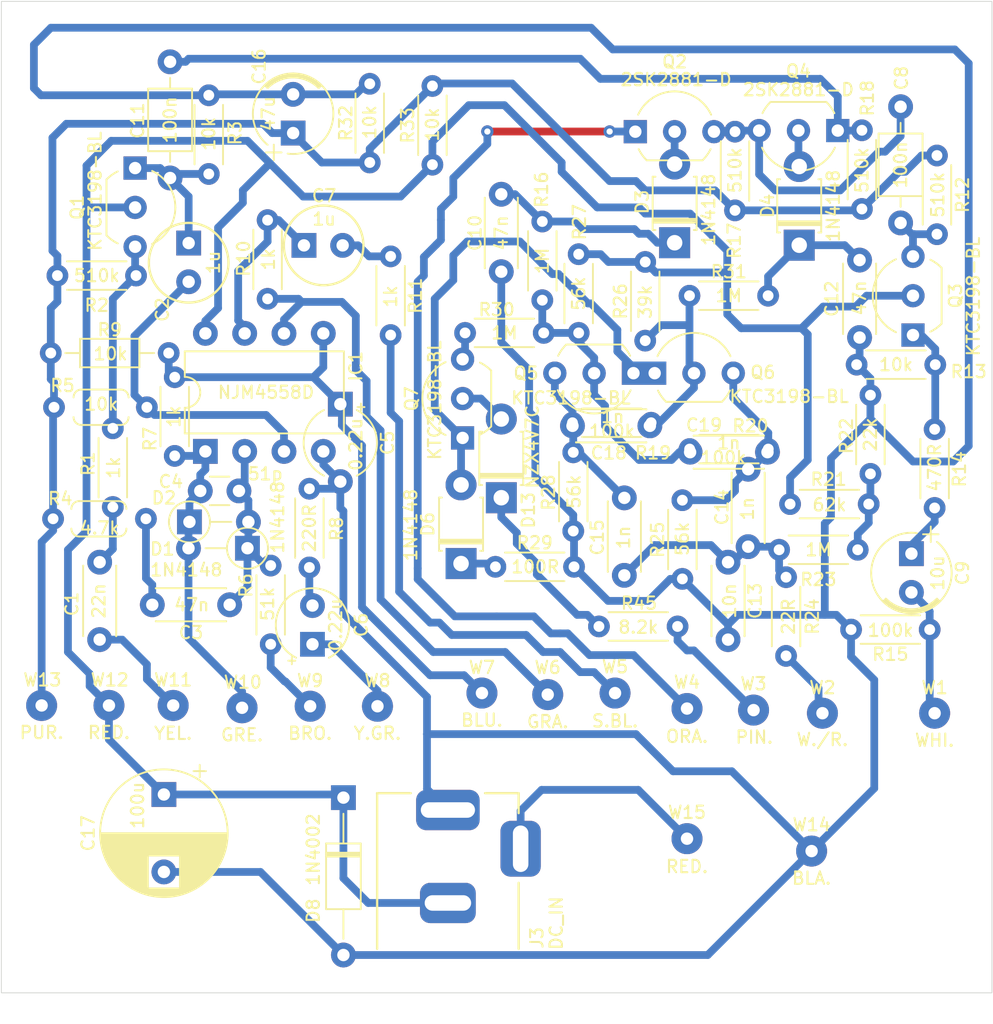
<source format=kicad_pcb>
(kicad_pcb (version 20240108) (generator "pcbnew") (generator_version "8.0")
  (layers (0 "F.Cu" signal) (31 "B.Cu" signal) (34 "B.Paste" user) (35 "F.Paste" user) (36 "B.SilkS" user "B.Silkscreen") (37 "F.SilkS" user "F.Silkscreen") (38 "B.Mask" user) (39 "F.Mask" user) (44 "Edge.Cuts" user))
  (net 0 "")
  (net 1 "Net-(D1-K)")
  (net 2 "Net-(D1-A)")
  (net 3 "+9V")
  (net 4 "Net-(IC1A-+)")
  (net 5 "GND")
  (net 6 "Net-(IC1B-+)")
  (net 7 "Net-(IC1B--)")
  (net 8 "Net-(C7-Pad1)")
  (net 9 "Net-(Q1-E)")
  (net 10 "Net-(Q1-B)")
  (net 11 "Net-(Q2-S)")
  (net 12 "Net-(Q2-D)")
  (net 13 "Net-(D3-A)")
  (net 14 "Net-(Q3-E)")
  (net 15 "Net-(Q3-B)")
  (net 16 "Net-(D4-A)")
  (net 17 "Net-(D6-A)")
  (net 18 "Net-(Q5-C)")
  (net 19 "Net-(Q5-B)")
  (net 20 "Net-(Q6-C)")
  (net 21 "Net-(Q6-B)")
  (net 22 "Net-(D13-A)")
  (net 23 "Net-(Q7-B)")
  (net 24 "Net-(C1-Pad1)")
  (net 25 "Net-(C1-Pad2)")
  (net 26 "Net-(D3-K)")
  (net 27 "Net-(D4-K)")
  (net 28 "Net-(D6-K)")
  (net 29 "+4.5V")
  (net 30 "Net-(C3-Pad1)")
  (net 31 "Net-(R6-Pad1)")
  (net 32 "Net-(C6-Pad1)")
  (net 33 "Net-(C7-Pad2)")
  (net 34 "Net-(R11-Pad2)")
  (net 35 "Net-(C9-Pad1)")
  (net 36 "Net-(C9-Pad2)")
  (net 37 "Net-(R21-Pad2)")
  (net 38 "Net-(C13-Pad1)")
  (net 39 "Net-(R24-Pad1)")
  (net 40 "Net-(D13-K)")
  (net 41 "Net-(R45-Pad2)")
  (net 42 "Net-(C6-Pad2)")
  (net 43 "Net-(J3-Pad3)")
  (net 44 "Net-(Q4-S)")
  (footprint "Package_DIP:DIP-8_W7.62mm" (layer "F.Cu") (at -18.82 -2.95 90)
    (property "Reference" "IC1")
    (property "Value" "NJM4558D")
  )
  (footprint "Resistor_THT:R_Axial_DIN0204_L3.6mm_D1.6mm_P5.08mm_Horizontal" (layer "F.Cu") (at 17.55 -3.1 180)
    (property "Reference" "R20")
    (property "Value" "100k")
  )
  (footprint "myFoot:my_WirePad_0-8mmDrill" (layer "F.Cu") (at -7.7 13.5)
    (property "Reference" "W8")
    (property "Value" "Y.GR.")
  )
  (footprint "myFoot:my_WirePad_0-8mmDrill" (layer "F.Cu") (at 3.3 12.75)
    (property "Reference" "W6")
    (property "Value" "GRA.")
  )
  (footprint "Diode_THT:D_T-1_P5.08mm_Horizontal" (layer "F.Cu") (at 0.3 0.04 90)
    (property "Reference" "D13")
    (property "Value" "NZX4V7C")
  )
  (footprint "myFoot:my_C_D5.0mm_P2.50mm" (layer "F.Cu") (at -13.15 -23.5 90)
    (property "Reference" "C16")
    (property "Value" "47u")
  )
  (footprint "myFoot:my_WirePad_0-8mmDrill" (layer "F.Cu") (at 28.3 13.95)
    (property "Reference" "W1")
    (property "Value" "WHI.")
  )
  (footprint "Package_TO_SOT_THT:TO-92_Inline_Wide" (layer "F.Cu") (at 8.96 -23.59)
    (property "Reference" "Q2")
    (property "Value" "2SK2881-D")
  )
  (footprint "Capacitor_THT:C_Disc_D4.3mm_W1.9mm_P5.00mm" (layer "F.Cu") (at 17.5 -2.9 180)
    (property "Reference" "C19")
    (property "Value" "1n")
  )
  (footprint "Capacitor_THT:C_Disc_D4.3mm_W1.9mm_P5.00mm" (layer "F.Cu") (at 0.3 -19.55 -90)
    (property "Reference" "C10")
    (property "Value" "47n")
  )
  (footprint "Package_TO_SOT_THT:TO-92_Inline_Wide" (layer "F.Cu") (at 10.21 -8)
    (property "Reference" "Q6")
    (property "Value" "KTC3198-BL")
  )
  (footprint "Diode_THT:D_DO-35_SOD27_P3.81mm_Vertical_AnodeUp" (layer "F.Cu") (at -16.1 3.3 180)
    (property "Reference" "D1")
    (property "Value" "1N4148")
  )
  (footprint "Package_TO_SOT_THT:TO-92_Inline_Wide" (layer "F.Cu") (at 8.84 -8 180)
    (property "Reference" "Q5")
    (property "Value" "KTC3198-BL")
  )
  (footprint "Resistor_THT:R_Axial_DIN0204_L3.6mm_D1.6mm_P5.08mm_Horizontal" (layer "F.Cu") (at 23.6 -23.68 -90)
    (property "Reference" "R18")
    (property "Value" "510k")
  )
  (footprint "myFoot:my_WirePad_0-8mmDrill" (layer "F.Cu") (at 12.3 22.05)
    (property "Reference" "W15")
    (property "Value" "RED.")
  )
  (footprint "Resistor_THT:R_Axial_DIN0204_L3.6mm_D1.6mm_P5.08mm_Horizontal" (layer "F.Cu") (at -20.8 -2.66 90)
    (property "Reference" "R7")
    (property "Value" "1k")
  )
  (footprint "myFoot:my_WirePad_0-8mmDrill" (layer "F.Cu") (at 16.6 13.75)
    (property "Reference" "W3")
    (property "Value" "PIN.")
  )
  (footprint "Capacitor_THT:C_Disc_D4.3mm_W1.9mm_P5.00mm" (layer "F.Cu") (at 4.9 -4.6)
    (property "Reference" "C18")
    (property "Value" "1n")
  )
  (footprint "Resistor_THT:R_Axial_DIN0204_L3.6mm_D1.6mm_P5.08mm_Horizontal" (layer "F.Cu") (at -14.6 9.5 90)
    (property "Reference" "R6")
    (property "Value" "51k")
  )
  (footprint "Diode_THT:D_DO-35_SOD27_P10.16mm_Horizontal" (layer "F.Cu") (at -9.9 19.4 -90)
    (property "Reference" "D8")
    (property "Value" "1N4002")
  )
  (footprint "Resistor_THT:R_Axial_DIN0204_L3.6mm_D1.6mm_P5.08mm_Horizontal" (layer "F.Cu") (at -12.1 -0.54 -90)
    (property "Reference" "R8")
    (property "Value" "220R")
  )
  (footprint "Capacitor_THT:CP_Radial_D8.0mm_P5.00mm" (layer "F.Cu") (at -21.5 19.197349 -90)
    (property "Reference" "C17")
    (property "Value" "100u")
  )
  (footprint "Package_TO_SOT_THT:TO-92_Inline_Wide" (layer "F.Cu") (at -2.2 -3.82 90)
    (property "Reference" "Q7")
    (property "Value" "KTC3198-BL")
  )
  (footprint "Resistor_THT:R_Axial_DIN0204_L3.6mm_D1.6mm_P5.08mm_Horizontal" (layer "F.Cu") (at 6.61 8.35)
    (property "Reference" "R45")
    (property "Value" "8.2k")
  )
  (footprint "Resistor_THT:R_Axial_DIN0204_L3.6mm_D1.6mm_P5.08mm_Horizontal" (layer "F.Cu") (at 9.98 -4.8 180)
    (property "Reference" "R19")
    (property "Value" "100k")
  )
  (footprint "Capacitor_THT:CP_Radial_Tantal_D4.5mm_P2.50mm" (layer "F.Cu") (at -11.9 9.5 90)
    (property "Reference" "C6")
    (property "Value" "0.22u")
  )
  (footprint "myFoot:my_C_D5.0mm_P2.50mm" (layer "F.Cu") (at 26.8 3.65 -90)
    (property "Reference" "C9")
    (property "Value" "10u")
  )
  (footprint "Resistor_THT:R_Axial_DIN0204_L3.6mm_D1.6mm_P5.08mm_Horizontal" (layer "F.Cu") (at 28.3 -4.38 -90)
    (property "Reference" "R14")
    (property "Value" "470R")
  )
  (footprint "Resistor_THT:R_Axial_DIN0204_L3.6mm_D1.6mm_P5.08mm_Horizontal" (layer "F.Cu") (at 27.98 8.55 180)
    (property "Reference" "R15")
    (property "Value" "100k")
  )
  (footprint "Package_TO_SOT_THT:TO-92_Inline_Wide" (layer "F.Cu") (at 26.9 -10.46 90)
    (property "Reference" "Q3")
    (property "Value" "KTC3198-BL")
  )
  (footprint "Capacitor_THT:C_Disc_D4.3mm_W1.9mm_P5.00mm" (layer "F.Cu") (at 8.25 0.05 -90)
    (property "Reference" "C15")
    (property "Value" "1n")
  )
  (footprint "myFoot:my_C_NP_P2.50mm" (layer "F.Cu") (at -12.45 -16.25)
    (property "Reference" "C7")
    (property "Value" "1u")
  )
  (footprint "myFoot:my_WirePad_0-8mmDrill" (layer "F.Cu") (at -16.45 13.6)
    (property "Reference" "W10")
    (property "Value" "GRE.")
  )
  (footprint "Resistor_THT:R_Axial_DIN0204_L3.6mm_D1.6mm_P5.08mm_Horizontal" (layer "F.Cu") (at 9.6 -15.18 -90)
    (property "Reference" "R26")
    (property "Value" "39k")
  )
  (footprint "Resistor_THT:R_Axial_DIN0204_L3.6mm_D1.6mm_P5.08mm_Horizontal" (layer "F.Cu") (at 12 0.2 -90)
    (property "Reference" "R25")
    (property "Value" "56k")
  )
  (footprint "Diode_THT:D_T-1_P5.08mm_Horizontal" (layer "F.Cu") (at 19.55 -16.26 90)
    (property "Reference" "D4")
    (property "Value" "1N4148")
  )
  (footprint "myFoot:my_R_P6mm_Horizontal" (layer "F.Cu") (at -28.6 -5.8)
    (property "Reference" "R5")
    (property "Value" "10k")
  )
  (footprint "Resistor_THT:R_Axial_DIN0204_L3.6mm_D1.6mm_P5.08mm_Horizontal" (layer "F.Cu") (at -24.8 0.64 90)
    (property "Reference" "R1")
    (property "Value" "1k")
  )
  (footprint "myFoot:my_C_NP_P2.50mm" (layer "F.Cu") (at -19.9 -16.4 -90)
    (property "Reference" "C2")
    (property "Value" "1u")
  )
  (footprint "Diode_THT:D_T-1_P5.08mm_Horizontal" (layer "F.Cu") (at -2.3 4.29 90)
    (property "Reference" "D6")
    (property "Value" "1N4148")
  )
  (footprint "Resistor_THT:R_Axial_DIN0204_L3.6mm_D1.6mm_P5.08mm_Horizontal" (layer "F.Cu") (at 23.33 3.4 180)
    (property "Reference" "R23")
    (property "Value" "1M")
  )
  (footprint "Resistor_THT:R_Axial_DIN0204_L3.6mm_D1.6mm_P5.08mm_Horizontal" (layer "F.Cu") (at 28.45 -16.97 90)
    (property "Reference" "R12")
    (property "Value" "510k")
  )
  (footprint "myFoot:my_DC_Jack" (layer "F.Cu") (at -3.15 33.7 90)
    (property "Reference" "J3")
    (property "Value" "DC_IN")
  )
  (footprint "Resistor_THT:R_Axial_DIN0204_L3.6mm_D1.6mm_P5.08mm_Horizontal" (layer "F.Cu") (at -23.3 -14.3 180)
    (property "Reference" "R2")
    (property "Value" "510k")
  )
  (footprint "Diode_THT:D_T-1_P5.08mm_Horizontal" (layer "F.Cu") (at 11.5 -16.42 90)
    (property "Reference" "D3")
    (property "Value" "1N4148")
  )
  (footprint "myFoot:my_WirePad_0-8mmDrill" (layer "F.Cu") (at 12.3 13.65)
    (property "Reference" "W4")
    (property "Value" "ORA.")
  )
  (footprint "Resistor_THT:R_Axial_DIN0204_L3.6mm_D1.6mm_P5.08mm_Horizontal" (layer "F.Cu") (at 5.3 -10.6 90)
    (property "Reference" "R27")
    (property "Value" "56k")
  )
  (footprint "myFoot:my_R_P6mm_Horizontal" (layer "F.Cu") (at -22.66 1.4 180)
    (property "Reference" "R4")
    (property "Value" "4.7k")
  )
  (footprint "Resistor_THT:R_Axial_DIN0204_L3.6mm_D1.6mm_P5.08mm_Horizontal" (layer "F.Cu") (at 28.34 -8.55 180)
    (property "Reference" "R13")
    (property "Value" "10k")
  )
  (footprint "Capacitor_THT:C_Disc_D4.3mm_W1.9mm_P5.00mm" (layer "F.Cu") (at 14.95 4.2 -90)
    (property "Reference" "C13")
    (property "Value" "10n")
  )
  (footprint "Capacitor_THT:C_Axial_L3.8mm_D2.6mm_P7.50mm_Horizontal" (layer "F.Cu") (at -21.1 -20.6 90)
    (property "Reference" "C11")
    (property "Value" "100n")
  )
  (footprint "Resistor_THT:R_Axial_DIN0204_L3.6mm_D1.6mm_P5.08mm_Horizontal" (layer "F.Cu") (at -0.08 4.5)
    (property "Reference" "R29")
    (property "Value" "100R")
  )
  (footprint "Resistor_THT:R_Axial_DIN0204_L3.6mm_D1.6mm_P5.08mm_Horizontal" (layer "F.Cu") (at 3.04 -10.6 180)
    (property "Reference" "R30")
    (property "Value" "1M")
  )
  (footprint "myFoot:my_WirePad_0-8mmDrill" (layer "F.Cu") (at -20.9 13.45)
    (property "Reference" "W11")
    (property "Value" "YEL.")
  )
  (footprint "Capacitor_THT:C_Disc_D4.3mm_W1.9mm_P5.00mm" (layer "F.Cu") (at 16.25 -1.8 -90)
    (property "Reference" "C14")
    (property "Value" "1n")
  )
  (footprint "Resistor_THT:R_Axial_DIN0204_L3.6mm_D1.6mm_P5.08mm_Horizontal" (layer "F.Cu") (at 15.4 -23.59 -90)
    (property "Reference" "R17")
    (property "Value" "510k")
  )
  (footprint "Resistor_THT:R_Axial_DIN0204_L3.6mm_D1.6mm_P5.08mm_Horizontal" (layer "F.Cu") (at 4.95 -2.89 -90)
    (property "Reference" "R28")
    (property "Value" "56k")
  )
  (footprint "Resistor_THT:R_Axial_DIN0204_L3.6mm_D1.6mm_P5.08mm_Horizontal" (layer "F.Cu") (at 18.7 10.25 90)
    (property "Reference" "R24")
    (property "Value" "22R")
  )
  (footprint "Resistor_THT:R_Axial_DIN0204_L3.6mm_D1.6mm_P5.08mm_Horizontal" (layer "F.Cu") (at 18.96 0.45)
    (property "Reference" "R21")
    (property "Value" "62k")
  )
  (footprint "Diode_THT:D_DO-35_SOD27_P3.81mm_Vertical_AnodeUp" (layer "F.Cu") (at -19.849314 1.6)
    (property "Reference" "D2")
    (property "Value" "1N4148")
  )
  (footprint "Resistor_THT:R_Axial_DIN0204_L3.6mm_D1.6mm_P5.08mm_Horizontal" (layer "F.Cu") (at 2.95 -12.71 90)
    (property "Reference" "R16")
    (property "Value" "1M")
  )
  (footprint "Capacitor_THT:C_Axial_L3.8mm_D2.6mm_P7.50mm_Horizontal" (layer "F.Cu") (at 26.1 -25.2 -90)
    (property "Reference" "C8")
    (property "Value" "100n")
  )
  (footprint "myFoot:my_WirePad_0-8mmDrill" (layer "F.Cu") (at 21.05 13.95)
    (property "Reference" "W2")
    (property "Value" "W./R.")
  )
  (footprint "myFoot:my_WirePad_0-8mmDrill" (layer "F.Cu") (at -29.4 13.45)
    (property "Reference" "W13")
    (property "Value" "PUR.")
  )
  (footprint "Package_TO_SOT_THT:TO-92_Inline_Wide" (layer "F.Cu") (at -23.36 -21.24 -90)
    (property "Reference" "Q1")
    (property "Value" "KTC3198-BL")
  )
  (footprint "Resistor_THT:R_Axial_DIN0204_L3.6mm_D1.6mm_P5.08mm_Horizontal" (layer "F.Cu") (at 24.15 -1.5 90)
    (property "Reference" "R22")
    (property "Value" "22k")
  )
  (footprint "Resistor_THT:R_Axial_DIN0204_L3.6mm_D1.6mm_P5.08mm_Horizontal" (layer "F.Cu") (at -18.6 -20.86 90)
    (property "Reference" "R3")
    (property "Value" "10k")
  )
  (footprint "myFoot:my_WirePad_0-8mmDrill" (layer "F.Cu") (at 7.65 12.65)
    (property "Reference" "W5")
    (property "Value" "S.BL.")
  )
  (footprint "Resistor_THT:R_Axial_DIN0204_L3.6mm_D1.6mm_P5.08mm_Horizontal" (layer "F.Cu") (at -6.85 -15.54 -90)
    (property "Reference" "R11")
    (property "Value" "1k")
  )
  (footprint "myFoot:my_WirePad_0-8mmDrill" (layer "F.Cu") (at 20.35 22.85)
    (property "Reference" "W14")
    (property "Value" "BLA.")
  )
  (footprint "Resistor_THT:R_Axial_DIN0204_L3.6mm_D1.6mm_P5.08mm_Horizontal" (layer "F.Cu") (at -4.15 -21.46 90)
    (property "Reference" "R33")
    (property "Value" "10k")
  )
  (footprint "myFoot:my_WirePad_0-8mmDrill" (layer "F.Cu") (at -12.05 13.5)
    (property "Reference" "W9")
    (property "Value" "BRO.")
  )
  (footprint "Capacitor_THT:C_Disc_D3.0mm_W1.6mm_P2.50mm" (layer "F.Cu") (at -16.65 -0.4 180)
    (property "Reference" "C4")
    (property "Value" "51p")
  )
  (footprint "Capacitor_THT:C_Disc_D4.3mm_W1.9mm_P5.00mm" (layer "F.Cu") (at 23.45 -15.3 -90)
    (property "Reference" "C12")
    (property "Value" "47n")
  )
  (footprint "Capacitor_THT:C_Disc_D4.3mm_W1.9mm_P5.00mm" (layer "F.Cu") (at -25.65 4.2 -90)
    (property "Reference" "C1")
    (property "Value" "22n")
  )
  (footprint "Capacitor_THT:C_Disc_D4.3mm_W1.9mm_P5.00mm" (layer "F.Cu") (at -22.25 6.95)
    (property "Reference" "C3")
    (property "Value" "47n")
  )
  (footprint "Package_TO_SOT_THT:TO-92_Inline_Wide" (layer "F.Cu") (at 22.04 -23.66 180)
    (property "Reference" "Q4")
    (property "Value" "2SK2881-D")
  )
  (footprint "Resistor_THT:R_Axial_DIN0204_L3.6mm_D1.6mm_P5.08mm_Horizontal" (layer "F.Cu") (at -8.2 -21.6 90)
    (property "Reference" "R32")
    (property "Value" "10k")
  )
  (footprint "myFoot:my_WirePad_0-8mmDrill" (layer "F.Cu") (at -25.05 13.45)
    (property "Reference" "W12")
    (property "Value" "RED.")
  )
  (footprint "myFoot:my_WirePad_0-8mmDrill" (layer "F.Cu") (at -0.95 12.65)
    (property "Reference" "W7")
    (property "Value" "BLU.")
  )
  (footprint "Resistor_THT:R_Axial_DIN0204_L3.6mm_D1.6mm_P5.08mm_Horizontal" (layer "F.Cu") (at -14.8 -12.8 90)
    (property "Reference" "R10")
    (property "Value" "1k")
  )
  (footprint "Capacitor_THT:CP_Radial_Tantal_D4.5mm_P5.00mm" (layer "F.Cu") (at -10.1 -6 -90)
    (property "Reference" "C5")
    (property "Value" "0.22u")
  )
  (footprint "Resistor_THT:R_Axial_DIN0204_L3.6mm_D1.6mm_P7.62mm_Horizontal" (layer "F.Cu") (at -28.81 -9.3)
    (property "Reference" "R9")
    (property "Value" "10k")
  )
  (footprint "Resistor_THT:R_Axial_DIN0204_L3.6mm_D1.6mm_P5.08mm_Horizontal" (layer "F.Cu") (at 17.54 -13 180)
    (property "Reference" "R31")
    (property "Value" "1M")
  )
  (gr_rect (start -32 -32) (end 32 32) (stroke (width 0.05)) (fill none) (layer "Edge.Cuts"))
  (segment (start -16.28 -0.77) (end -16.65 -0.4) (width 0.5) (layer "B.Cu") (net 1))
  (segment (start -16.28 -2.95) (end -16.28 -0.77) (width 0.5) (layer "B.Cu") (net 1))
  (segment (start -16.039314 0.210686) (end -16.65 -0.4) (width 0.5) (layer "B.Cu") (net 1))
  (segment (start -16.039314 3.239314) (end -16.1 3.3) (width 0.5) (layer "B.Cu") (net 1))
  (segment (start -16.1 3.3) (end -16.1 5.8) (width 0.5) (layer "B.Cu") (net 1))
  (segment (start -16.1 5.8) (end -17.25 6.95) (width 0.5) (layer "B.Cu") (net 1))
  (segment (start -16.039314 1.6) (end -16.039314 3.239314) (width 0.5) (layer "B.Cu") (net 1))
  (segment (start -14.98 4.42) (end -16.1 3.3) (width 0.5) (layer "B.Cu") (net 1))
  (segment (start -16.039314 1.6) (end -16.039314 0.210686) (width 0.5) (layer "B.Cu") (net 1))
  (segment (start -14.6 4.42) (end -14.98 4.42) (width 0.5) (layer "B.Cu") (net 1))
  (segment (start -19.91 9.09) (end -16.45 12.55) (width 0.5) (layer "B.Cu") (net 2))
  (segment (start -19.91 3.3) (end -19.91 9.09) (width 0.5) (layer "B.Cu") (net 2))
  (segment (start -20.8 -2.66) (end -19.11 -2.66) (width 0.5) (layer "B.Cu") (net 2))
  (segment (start -19.91 1.660686) (end -19.849314 1.6) (width 0.5) (layer "B.Cu") (net 2))
  (segment (start -19.15 -1.45) (end -18.82 -1.78) (width 0.5) (layer "B.Cu") (net 2))
  (segment (start -19.91 3.3) (end -19.91 1.660686) (width 0.5) (layer "B.Cu") (net 2))
  (segment (start -19.849314 0.299314) (end -19.15 -0.4) (width 0.5) (layer "B.Cu") (net 2))
  (segment (start -19.15 -0.4) (end -19.15 -1.45) (width 0.5) (layer "B.Cu") (net 2))
  (segment (start -19.849314 1.6) (end -19.849314 0.299314) (width 0.5) (layer "B.Cu") (net 2))
  (segment (start -16.45 12.55) (end -16.45 13.6) (width 0.5) (layer "B.Cu") (net 2))
  (segment (start -19.11 -2.66) (end -18.82 -2.95) (width 0.5) (layer "B.Cu") (net 2))
  (segment (start -18.82 -1.78) (end -18.82 -2.95) (width 0.5) (layer "B.Cu") (net 2))
  (segment (start 4.2 -21.6) (end 4.2 -21) (width 0.5) (layer "B.Cu") (net 3))
  (segment (start 14.9 -14.4) (end 14.9 -11.8) (width 0.5) (layer "B.Cu") (net 3))
  (segment (start -18 -17.4) (end -16.4 -19) (width 0.5) (layer "B.Cu") (net 3))
  (segment (start 10.28 -14.5) (end 14.8 -14.5) (width 0.5) (layer "B.Cu") (net 3))
  (segment (start 12.5 -18.3) (end 14.9 -15.9) (width 0.5) (layer "B.Cu") (net 3))
  (segment (start 4.2 -21) (end 6.5 -18.7) (width 0.5) (layer "B.Cu") (net 3))
  (segment (start 19.7 -10.9) (end 21.1 -12.3) (width 0.5) (layer "B.Cu") (net 3))
  (segment (start -8.3 26.2) (end -9.9 24.6) (width 0.5) (layer "B.Cu") (net 3))
  (segment (start 20.1 -10.5) (end 19.7 -10.9) (width 0.5) (layer "B.Cu") (net 3))
  (segment (start -26.3 12.2) (end -26.3 11.4) (width 0.5) (layer "B.Cu") (net 3))
  (segment (start -26.5 -21.4) (end -24.9 -23) (width 0.5) (layer "B.Cu") (net 3))
  (segment (start -9.9 24.6) (end -9.9 19.4) (width 0.5) (layer "B.Cu") (net 3))
  (segment (start -21.5 19.197349) (end -10.102651 19.197349) (width 0.5) (layer "B.Cu") (net 3))
  (segment (start 0.5 -25.3) (end 4.2 -21.6) (width 0.5) (layer "B.Cu") (net 3))
  (segment (start 6.72 -15.68) (end 7.22 -15.18) (width 0.5) (layer "B.Cu") (net 3))
  (segment (start 14.9 -11.8) (end 15.8 -10.9) (width 0.5) (layer "B.Cu") (net 3))
  (segment (start 9.6 -18.3) (end 12.5 -18.3) (width 0.5) (layer "B.Cu") (net 3))
  (segment (start -10.102651 19.197349) (end -9.9 19.4) (width 0.5) (layer "B.Cu") (net 3))
  (segment (start 9.6 -15.18) (end 10.28 -14.5) (width 0.5) (layer "B.Cu") (net 3))
  (segment (start -4.15 -22.95) (end -1.8 -25.3) (width 0.5) (layer "B.Cu") (net 3))
  (segment (start -26.5 -18.7) (end -26.5 -21.4) (width 0.5) (layer "B.Cu") (net 3))
  (segment (start 23.2 -12.3) (end 23.9 -13) (width 0.5) (layer "B.Cu") (net 3))
  (segment (start 18.96 -1.26) (end 20.1 -2.4) (width 0.5) (layer "B.Cu") (net 3))
  (segment (start 18.96 0.45) (end 18.96 -1.26) (width 0.5) (layer "B.Cu") (net 3))
  (segment (start -25.05 13.45) (end -25.05 15.65) (width 0.5) (layer "B.Cu") (net 3))
  (segment (start -14.65 -21.55) (end -12.5 -19.4) (width 0.5) (layer "B.Cu") (net 3))
  (segment (start 14.8 -14.5) (end 14.9 -14.4) (width 0.5) (layer "B.Cu") (net 3))
  (segment (start -18.82 -10.57) (end -18.82 -11.38) (width 0.5) (layer "B.Cu") (net 3))
  (segment (start 21.1 -12.3) (end 23.2 -12.3) (width 0.5) (layer "B.Cu") (net 3))
  (segment (start -16.4 -19) (end -16.4 -19.8) (width 0.5) (layer "B.Cu") (net 3))
  (segment (start -27.7 3.4) (end -26.5 2.2) (width 0.5) (layer "B.Cu") (net 3))
  (segment (start 20.1 -2.4) (end 20.1 -10.5) (width 0.5) (layer "B.Cu") (net 3))
  (segment (start -18.82 -11.38) (end -18 -12.2) (width 0.5) (layer "B.Cu") (net 3))
  (segment (start 14.9 -15.9) (end 14.9 -14.4) (width 0.5) (layer "B.Cu") (net 3))
  (segment (start -3.15 26.2) (end -8.3 26.2) (width 0.5) (layer "B.Cu") (net 3))
  (segment (start -26.3 11.4) (end -27.7 10) (width 0.5) (layer "B.Cu") (net 3))
  (segment (start 5.3 -15.68) (end 6.72 -15.68) (width 0.5) (layer "B.Cu") (net 3))
  (segment (start -12.5 -19.4) (end -6.21 -19.4) (width 0.5) (layer "B.Cu") (net 3))
  (segment (start -6.21 -19.4) (end -4.15 -21.46) (width 0.5) (layer "B.Cu") (net 3))
  (segment (start -23.36 -18.7) (end -26.5 -18.7) (width 0.5) (layer "B.Cu") (net 3))
  (segment (start -26.5 2.2) (end -26.5 -18.7) (width 0.5) (layer "B.Cu") (net 3))
  (segment (start 15.8 -10.9) (end 19.7 -10.9) (width 0.5) (layer "B.Cu") (net 3))
  (segment (start -21.502651 19.197349) (end -21.5 19.197349) (width 0.5) (layer "B.Cu") (net 3))
  (segment (start -24.9 -23) (end -16.1 -23) (width 0.5) (layer "B.Cu") (net 3))
  (segment (start -27.7 10) (end -27.7 3.4) (width 0.5) (layer "B.Cu") (net 3))
  (segment (start -16.1 -23) (end -14.65 -21.55) (width 0.5) (layer "B.Cu") (net 3))
  (segment (start -25.05 15.65) (end -21.502651 19.197349) (width 0.5) (layer "B.Cu") (net 3))
  (segment (start -18 -12.2) (end -18 -17.4) (width 0.5) (layer "B.Cu") (net 3))
  (segment (start -25.05 13.45) (end -26.3 12.2) (width 0.5) (layer "B.Cu") (net 3))
  (segment (start 23.9 -13) (end 26.9 -13) (width 0.5) (layer "B.Cu") (net 3))
  (segment (start -16.4 -19.8) (end -14.65 -21.55) (width 0.5) (layer "B.Cu") (net 3))
  (segment (start 7.22 -15.18) (end 9.6 -15.18) (width 0.5) (layer "B.Cu") (net 3))
  (segment (start -4.15 -21.46) (end -4.15 -22.95) (width 0.5) (layer "B.Cu") (net 3))
  (segment (start 6.5 -18.7) (end 9.2 -18.7) (width 0.5) (layer "B.Cu") (net 3))
  (segment (start 9.2 -18.7) (end 9.6 -18.3) (width 0.5) (layer "B.Cu") (net 3))
  (segment (start -1.8 -25.3) (end 0.5 -25.3) (width 0.5) (layer "B.Cu") (net 3))
  (segment (start -19.9 -13.9) (end -23.4 -10.4) (width 0.5) (layer "B.Cu") (net 4))
  (segment (start -22.6 -5.8) (end -22.1 -5.3) (width 0.5) (layer "B.Cu") (net 4))
  (segment (start -13.74 -4.14) (end -13.74 -2.95) (width 0.5) (layer "B.Cu") (net 4))
  (segment (start -23.4 -10.4) (end -23.4 -6.6) (width 0.5) (layer "B.Cu") (net 4))
  (segment (start -23.4 -6.6) (end -22.6 -5.8) (width 0.5) (layer "B.Cu") (net 4))
  (segment (start -14.9 -5.3) (end -13.74 -4.14) (width 0.5) (layer "B.Cu") (net 4))
  (segment (start -22.1 -5.3) (end -14.9 -5.3) (width 0.5) (layer "B.Cu") (net 4))
  (segment (start -3.15 20.2) (end -4.5 18.85) (width 0.5) (layer "B.Cu") (net 5))
  (segment (start 20.35 22.85) (end 15.2 17.7) (width 0.5) (layer "B.Cu") (net 5))
  (segment (start -4.5 18.85) (end -4.5 15.3) (width 0.5) (layer "B.Cu") (net 5))
  (segment (start -28.8 -30.3) (end 6.1 -30.3) (width 0.5) (layer "B.Cu") (net 5))
  (segment (start -11.2 -2.1) (end -10.1 -1) (width 0.5) (layer "B.Cu") (net 5))
  (segment (start -9.9 0.9) (end -10.1 0.7) (width 0.5) (layer "B.Cu") (net 5))
  (segment (start 15.2 17.7) (end 11.4 17.7) (width 0.5) (layer "B.Cu") (net 5))
  (segment (start 9 15.3) (end -4.5 15.3) (width 0.5) (layer "B.Cu") (net 5))
  (segment (start 29.5 -2.3) (end 26.9 -2.3) (width 0.5) (layer "B.Cu") (net 5))
  (segment (start 23.45 -10.3) (end 23.45 -8.74) (width 0.5) (layer "B.Cu") (net 5))
  (segment (start -29.44 -25.94) (end -29.9 -26.4) (width 0.5) (layer "B.Cu") (net 5))
  (segment (start -29.9 -26.4) (end -29.9 -29.2) (width 0.5) (layer "B.Cu") (net 5))
  (segment (start -9.9 29.56) (end 13.64 29.56) (width 0.5) (layer "B.Cu") (net 5))
  (segment (start 21.6 1.3) (end 21.2 1.7) (width 0.5) (layer "B.Cu") (net 5))
  (segment (start 21.2 7.6) (end 15.58 7.6) (width 0.5) (layer "B.Cu") (net 5))
  (segment (start -18.6 -25.94) (end -29.44 -25.94) (width 0.5) (layer "B.Cu") (net 5))
  (segment (start -15.262651 24.197349) (end -9.9 29.56) (width 0.5) (layer "B.Cu") (net 5))
  (segment (start 22.9 8.55) (end 21.95 7.6) (width 0.5) (layer "B.Cu") (net 5))
  (segment (start 12 5.28) (end 14.95 8.23) (width 0.5) (layer "B.Cu") (net 5))
  (segment (start -18.54 -26) (end -18.6 -25.94) (width 0.5) (layer "B.Cu") (net 5))
  (segment (start 14.95 8.23) (end 14.95 9.2) (width 0.5) (layer "B.Cu") (net 5))
  (segment (start 22.9 8.55) (end 22.9 10.3) (width 0.5) (layer "B.Cu") (net 5))
  (segment (start -12.1 -0.54) (end -10.56 -0.54) (width 0.5) (layer "B.Cu") (net 5))
  (segment (start 24.4 11.8) (end 24.4 18.8) (width 0.5) (layer "B.Cu") (net 5))
  (segment (start 15.58 7.6) (end 14.95 8.23) (width 0.5) (layer "B.Cu") (net 5))
  (segment (start 4.95 1.15) (end 4.95 2.19) (width 0.5) (layer "B.Cu") (net 5))
  (segment (start -9.9 7.5) (end -9.9 0.9) (width 0.5) (layer "B.Cu") (net 5))
  (segment (start 26.9 -2.3) (end 24.15 -5.05) (width 0.5) (layer "B.Cu") (net 5))
  (segment (start 9.8 6.7) (end 11.22 5.28) (width 0.5) (layer "B.Cu") (net 5))
  (segment (start 21.95 7.6) (end 21.2 7.6) (width 0.5) (layer "B.Cu") (net 5))
  (segment (start 24.15 -6.58) (end 24.15 -5.05) (width 0.5) (layer "B.Cu") (net 5))
  (segment (start 11.22 5.28) (end 12 5.28) (width 0.5) (layer "B.Cu") (net 5))
  (segment (start 7.5 -28.9) (end 29.6 -28.9) (width 0.5) (layer "B.Cu") (net 5))
  (segment (start 13.64 29.56) (end 20.35 22.85) (width 0.5) (layer "B.Cu") (net 5))
  (segment (start 2.1 -8.2) (end 2.1 -5.5) (width 0.5) (layer "B.Cu") (net 5))
  (segment (start -9.1 -26) (end -13.15 -26) (width 0.5) (layer "B.Cu") (net 5))
  (segment (start -4.5 15.3) (end -4.5 12.9) (width 0.5) (layer "B.Cu") (net 5))
  (segment (start 24.15 -7.66) (end 23.26 -8.55) (width 0.5) (layer "B.Cu") (net 5))
  (segment (start 2.5 -1.3) (end 4.95 1.15) (width 0.5) (layer "B.Cu") (net 5))
  (segment (start 0.3 -10) (end 2.1 -8.2) (width 0.5) (layer "B.Cu") (net 5))
  (segment (start 24.15 -5.05) (end 21.6 -2.5) (width 0.5) (layer "B.Cu") (net 5))
  (segment (start 7.2 6.7) (end 9.8 6.7) (width 0.5) (layer "B.Cu") (net 5))
  (segment (start 24.4 18.8) (end 20.35 22.85) (width 0.5) (layer "B.Cu") (net 5))
  (segment (start -10.1 0.7) (end -10.1 -1) (width 0.5) (layer "B.Cu") (net 5))
  (segment (start 21.2 1.7) (end 21.2 7.6) (width 0.5) (layer "B.Cu") (net 5))
  (segment (start 24.15 -6.58) (end 24.15 -7.66) (width 0.5) (layer "B.Cu") (net 5))
  (segment (start 22.9 10.3) (end 24.4 11.8) (width 0.5) (layer "B.Cu") (net 5))
  (segment (start 30.5 -3.3) (end 29.5 -2.3) (width 0.5) (layer "B.Cu") (net 5))
  (segment (start -8.42 -26.68) (end -9.1 -26) (width 0.5) (layer "B.Cu") (net 5))
  (segment (start 21.6 -2.5) (end 21.6 1.3) (width 0.5) (layer "B.Cu") (net 5))
  (segment (start 29.6 -28.9) (end 30.5 -28) (width 0.5) (layer "B.Cu") (net 5))
  (segment (start -11.2 -2.95) (end -11.2 -2.1) (width 0.5) (layer "B.Cu") (net 5))
  (segment (start 2.1 -5.5) (end 2.5 -5.1) (width 0.5) (layer "B.Cu") (net 5))
  (segment (start 5 4.5) (end 7.2 6.7) (width 0.5) (layer "B.Cu") (net 5))
  (segment (start -8.2 -26.68) (end -8.42 -26.68) (width 0.5) (layer "B.Cu") (net 5))
  (segment (start 6.1 -30.3) (end 7.5 -28.9) (width 0.5) (layer "B.Cu") (net 5))
  (segment (start -29.9 -29.2) (end -28.8 -30.3) (width 0.5) (layer "B.Cu") (net 5))
  (segment (start -13.15 -26) (end -18.54 -26) (width 0.5) (layer "B.Cu") (net 5))
  (segment (start 23.45 -8.74) (end 23.26 -8.55) (width 0.5) (layer "B.Cu") (net 5))
  (segment (start 30.5 -28) (end 30.5 -3.3) (width 0.5) (layer "B.Cu") (net 5))
  (segment (start -21.5 24.197349) (end -15.262651 24.197349) (width 0.5) (layer "B.Cu") (net 5))
  (segment (start 0.3 -14.55) (end 0.3 -10) (width 0.5) (layer "B.Cu") (net 5))
  (segment (start 5 4.5) (end 5 2.24) (width 0.5) (layer "B.Cu") (net 5))
  (segment (start -10.56 -0.54) (end -10.1 -1) (width 0.5) (layer "B.Cu") (net 5))
  (segment (start 11.4 17.7) (end 9 15.3) (width 0.5) (layer "B.Cu") (net 5))
  (segment (start 2.5 -5.1) (end 2.5 -1.3) (width 0.5) (layer "B.Cu") (net 5))
  (segment (start -4.5 12.9) (end -9.9 7.5) (width 0.5) (layer "B.Cu") (net 5))
  (segment (start 5 2.24) (end 4.95 2.19) (width 0.5) (layer "B.Cu") (net 5))
  (segment (start -8.7 7.1) (end -4.3 11.5) (width 0.5) (layer "B.Cu") (net 6))
  (segment (start -8.7 -3.328856) (end -8.7 7.1) (width 0.5) (layer "B.Cu") (net 6))
  (segment (start -2.1 11.5) (end -0.95 12.65) (width 0.5) (layer "B.Cu") (net 6))
  (segment (start -10 -4.628856) (end -8.7 -3.328856) (width 0.5) (layer "B.Cu") (net 6))
  (segment (start -10 -4.628856) (end -10 -5.9) (width 0.5) (layer "B.Cu") (net 6))
  (segment (start -11.2 -10.57) (end -11.2 -8.38) (width 0.5) (layer "B.Cu") (net 6))
  (segment (start -21.19 -8.13) (end -20.8 -7.74) (width 0.5) (layer "B.Cu") (net 6))
  (segment (start -11.2 -8.38) (end -11.84 -7.74) (width 0.5) (layer "B.Cu") (net 6))
  (segment (start -20.8 -7.74) (end -11.84 -7.74) (width 0.5) (layer "B.Cu") (net 6))
  (segment (start -4.3 11.5) (end -2.1 11.5) (width 0.5) (layer "B.Cu") (net 6))
  (segment (start -11.84 -7.74) (end -10.1 -6) (width 0.5) (layer "B.Cu") (net 6))
  (segment (start -10 -5.9) (end -10.1 -6) (width 0.5) (layer "B.Cu") (net 6))
  (segment (start -21.19 -9.3) (end -21.19 -8.13) (width 0.5) (layer "B.Cu") (net 6))
  (segment (start -9.1 -11.7) (end -10 -12.6) (width 0.5) (layer "B.Cu") (net 7))
  (segment (start -8.4 -5.2) (end -8.4 -7.5) (width 0.5) (layer "B.Cu") (net 7))
  (segment (start 3.3 12.75) (end 0.55 10) (width 0.5) (layer "B.Cu") (net 7))
  (segment (start -7.5 6.6) (end -7.5 -4.3) (width 0.5) (layer "B.Cu") (net 7))
  (segment (start -10 -12.6) (end -12.6 -12.6) (width 0.5) (layer "B.Cu") (net 7))
  (segment (start -7.5 -4.3) (end -8.4 -5.2) (width 0.5) (layer "B.Cu") (net 7))
  (segment (start -12.8 -12.8) (end -12.6 -12.6) (width 0.5) (layer "B.Cu") (net 7))
  (segment (start -9.1 -8.2) (end -9.1 -11.7) (width 0.5) (layer "B.Cu") (net 7))
  (segment (start -14.8 -12.8) (end -12.8 -12.8) (width 0.5) (layer "B.Cu") (net 7))
  (segment (start -12.6 -12.6) (end -13.74 -11.46) (width 0.5) (layer "B.Cu") (net 7))
  (segment (start -4.1 10) (end -7.5 6.6) (width 0.5) (layer "B.Cu") (net 7))
  (segment (start -13.74 -11.46) (end -13.74 -10.57) (width 0.5) (layer "B.Cu") (net 7))
  (segment (start 0.55 10) (end -4.1 10) (width 0.5) (layer "B.Cu") (net 7))
  (segment (start -8.4 -7.5) (end -9.1 -8.2) (width 0.5) (layer "B.Cu") (net 7))
  (segment (start -14.8 -17.88) (end -14.08 -17.88) (width 0.5) (layer "B.Cu") (net 8))
  (segment (start -16.7 -11.4) (end -16.7 -14.6) (width 0.5) (layer "B.Cu") (net 8))
  (segment (start -14.08 -17.88) (end -12.45 -16.25) (width 0.5) (layer "B.Cu") (net 8))
  (segment (start -14.8 -16.5) (end -14.8 -17.88) (width 0.5) (layer "B.Cu") (net 8))
  (segment (start -16.28 -10.57) (end -16.28 -10.98) (width 0.5) (layer "B.Cu") (net 8))
  (segment (start -16.28 -10.98) (end -16.7 -11.4) (width 0.5) (layer "B.Cu") (net 8))
  (segment (start -16.7 -14.6) (end -14.8 -16.5) (width 0.5) (layer "B.Cu") (net 8))
  (segment (start -23.36 -21.24) (end -21.74 -21.24) (width 0.5) (layer "B.Cu") (net 9))
  (segment (start -19.9 -16.4) (end -19.9 -19.4) (width 0.5) (layer "B.Cu") (net 9))
  (segment (start -19.9 -19.4) (end -21.1 -20.6) (width 0.5) (layer "B.Cu") (net 9))
  (segment (start -21.74 -21.24) (end -21.1 -20.6) (width 0.5) (layer "B.Cu") (net 9))
  (segment (start -20.84 -20.86) (end -21.1 -20.6) (width 0.5) (layer "B.Cu") (net 9))
  (segment (start -18.6 -20.86) (end -20.84 -20.86) (width 0.5) (layer "B.Cu") (net 9))
  (segment (start -23.36 -16.16) (end -23.36 -14.36) (width 0.5) (layer "B.Cu") (net 10))
  (segment (start -24.8 -12.8) (end -23.3 -14.3) (width 0.5) (layer "B.Cu") (net 10))
  (segment (start -24.8 -4.44) (end -24.8 -12.8) (width 0.5) (layer "B.Cu") (net 10))
  (segment (start -23.36 -14.36) (end -23.3 -14.3) (width 0.5) (layer "B.Cu") (net 10))
  (segment (start -0.6 -23.6) (end 7.3 -23.6) (width 0.5) (layer "F.Cu") (net 11))
  (via (at -0.6 -23.6) (size 0.8) (drill 0.4) (layers "F.Cu" "B.Cu") (net 11))
  (via (at 7.3 -23.6) (size 0.8) (drill 0.4) (layers "F.Cu" "B.Cu") (net 11))
  (segment (start 8.85 10.2) (end 7.6 10.2) (width 0.5) (layer "B.Cu") (net 11))
  (segment (start 8.95 -23.6) (end 8.96 -23.59) (width 0.5) (layer "B.Cu") (net 11))
  (segment (start -3.9 -16.3) (end -3.6 -16.6) (width 0.5) (layer "B.Cu") (net 11))
  (segment (start -3.6 -18.6) (end -2.8 -19.4) (width 0.5) (layer "B.Cu") (net 11))
  (segment (start -5.1 -13.9) (end -4.7 -14.3) (width 0.5) (layer "B.Cu") (net 11))
  (segment (start 7.6 10.2) (end 6 10.2) (width 0.5) (layer "B.Cu") (net 11))
  (segment (start 12.3 13.65) (end 8.85 10.2) (width 0.5) (layer "B.Cu") (net 11))
  (segment (start -4.7 -14.3) (end -4.7 -15.5) (width 0.5) (layer "B.Cu") (net 11))
  (segment (start -4.7 -15.5) (end -3.9 -16.3) (width 0.5) (layer "B.Cu") (net 11))
  (segment (start -2.8 -20.6) (end -1.8 -21.6) (width 0.5) (layer "B.Cu") (net 11))
  (segment (start -2.7 7.7) (end -3.8 6.6) (width 0.5) (layer "B.Cu") (net 11))
  (segment (start -1.8 -21.6) (end -0.6 -22.8) (width 0.5) (layer "B.Cu") (net 11))
  (segment (start 0 7.7) (end -2.7 7.7) (width 0.5) (layer "B.Cu") (net 11))
  (segment (start 4.1 8.8) (end 3.5 8.8) (width 0.5) (layer "B.Cu") (net 11))
  (segment (start 4.6 8.8) (end 4.1 8.8) (width 0.5) (layer "B.Cu") (net 11))
  (segment (start 2.7 8) (end 2.4 7.7) (width 0.5) (layer "B.Cu") (net 11))
  (segment (start -2.8 -19.4) (end -2.8 -20.6) (width 0.5) (layer "B.Cu") (net 11))
  (segment (start -5.1 4.6) (end -5.1 -13.9) (width 0.5) (layer "B.Cu") (net 11))
  (segment (start -3.6 -17.9) (end -3.6 -18.6) (width 0.5) (layer "B.Cu") (net 11))
  (segment (start 3.5 8.8) (end 2.7 8) (width 0.5) (layer "B.Cu") (net 11))
  (segment (start -5.1 5.3) (end -5.1 4.6) (width 0.5) (layer "B.Cu") (net 11))
  (segment (start -3.8 6.6) (end -5.1 5.3) (width 0.5) (layer "B.Cu") (net 11))
  (segment (start -3.6 -16.6) (end -3.6 -17.9) (width 0.5) (layer "B.Cu") (net 11))
  (segment (start -0.6 -22.8) (end -0.6 -23.6) (width 0.5) (layer "B.Cu") (net 11))
  (segment (start 5.4 9.6) (end 4.6 8.8) (width 0.5) (layer "B.Cu") (net 11))
  (segment (start 7.3 -23.6) (end 8.95 -23.6) (width 0.5) (layer "B.Cu") (net 11))
  (segment (start 2.4 7.7) (end 0 7.7) (width 0.5) (layer "B.Cu") (net 11))
  (segment (start 6 10.2) (end 5.4 9.6) (width 0.5) (layer "B.Cu") (net 11))
  (segment (start 16.96 -23.66) (end 16.96 -20.84) (width 0.5) (layer "B.Cu") (net 12))
  (segment (start 26.1 -23.3) (end 26.1 -25.2) (width 0.5) (layer "B.Cu") (net 12))
  (segment (start 16.96 -23.66) (end 15.47 -23.66) (width 0.5) (layer "B.Cu") (net 12))
  (segment (start 16.96 -20.84) (end 18 -19.8) (width 0.5) (layer "B.Cu") (net 12))
  (segment (start 15.47 -23.66) (end 15.4 -23.59) (width 0.5) (layer "B.Cu") (net 12))
  (segment (start 18 -19.8) (end 22.2 -19.8) (width 0.5) (layer "B.Cu") (net 12))
  (segment (start 25.1 -22.3) (end 26.1 -23.3) (width 0.5) (layer "B.Cu") (net 12))
  (segment (start 24.7 -22.3) (end 25.1 -22.3) (width 0.5) (layer "B.Cu") (net 12))
  (segment (start 22.2 -19.8) (end 24.7 -22.3) (width 0.5) (layer "B.Cu") (net 12))
  (segment (start 14.04 -23.59) (end 15.4 -23.59) (width 0.5) (layer "B.Cu") (net 12))
  (segment (start 11.5 -23.59) (end 11.5 -21.5) (width 0.5) (layer "B.Cu") (net 13))
  (segment (start 28.34 -9.56) (end 28.34 -8.55) (width 0.5) (layer "B.Cu") (net 14))
  (segment (start 28.34 -4.42) (end 28.3 -4.38) (width 0.5) (layer "B.Cu") (net 14))
  (segment (start 27.44 -10.46) (end 28.34 -9.56) (width 0.5) (layer "B.Cu") (net 14))
  (segment (start 28.34 -8.55) (end 28.34 -4.42) (width 0.5) (layer "B.Cu") (net 14))
  (segment (start 26.9 -10.46) (end 27.44 -10.46) (width 0.5) (layer "B.Cu") (net 14))
  (segment (start 26.83 -16.97) (end 26.1 -17.7) (width 0.5) (layer "B.Cu") (net 15))
  (segment (start 26.9 -16.87) (end 27 -16.97) (width 0.5) (layer "B.Cu") (net 15))
  (segment (start 26.9 -15.54) (end 26.9 -16.87) (width 0.5) (layer "B.Cu") (net 15))
  (segment (start 27 -16.97) (end 26.83 -16.97) (width 0.5) (layer "B.Cu") (net 15))
  (segment (start 28.45 -16.97) (end 27 -16.97) (width 0.5) (layer "B.Cu") (net 15))
  (segment (start 19.5 -21.39) (end 19.55 -21.34) (width 0.5) (layer "B.Cu") (net 16))
  (segment (start 19.5 -23.66) (end 19.5 -21.39) (width 0.5) (layer "B.Cu") (net 16))
  (segment (start 6.1 -12.5) (end 7.8 -10.8) (width 0.5) (layer "B.Cu") (net 17))
  (segment (start -2.3 -0.79) (end -2.3 -3.72) (width 0.5) (layer "B.Cu") (net 17))
  (segment (start -2.8 -14) (end -2.8 -15.6) (width 0.5) (layer "B.Cu") (net 17))
  (segment (start 1.5 -16.5) (end 3.6 -14.4) (width 0.5) (layer "B.Cu") (net 17))
  (segment (start 8.84 -8) (end 10.21 -8) (width 0.5) (layer "B.Cu") (net 17))
  (segment (start -2.3 -3.72) (end -2.2 -3.82) (width 0.5) (layer "B.Cu") (net 17))
  (segment (start 4 -14.4) (end 5.9 -12.5) (width 0.5) (layer "B.Cu") (net 17))
  (segment (start -4 -12.8) (end -2.8 -14) (width 0.5) (layer "B.Cu") (net 17))
  (segment (start -2.2 -3.82) (end -4 -5.62) (width 0.5) (layer "B.Cu") (net 17))
  (segment (start 5.9 -12.5) (end 6.1 -12.5) (width 0.5) (layer "B.Cu") (net 17))
  (segment (start -2.8 -15.6) (end -1.9 -16.5) (width 0.5) (layer "B.Cu") (net 17))
  (segment (start -4 -5.62) (end -4 -12.8) (width 0.5) (layer "B.Cu") (net 17))
  (segment (start -1.9 -16.5) (end 1.5 -16.5) (width 0.5) (layer "B.Cu") (net 17))
  (segment (start 7.8 -10.8) (end 7.8 -9.4) (width 0.5) (layer "B.Cu") (net 17))
  (segment (start 8.84 -8.36) (end 8.84 -8) (width 0.5) (layer "B.Cu") (net 17))
  (segment (start 3.6 -14.4) (end 4 -14.4) (width 0.5) (layer "B.Cu") (net 17))
  (segment (start 7.8 -9.4) (end 8.84 -8.36) (width 0.5) (layer "B.Cu") (net 17))
  (segment (start 6.3 -6.6) (end 6.3 -8) (width 0.5) (layer "B.Cu") (net 18))
  (segment (start 9.2 -2.4) (end 7 -4.6) (width 0.5) (layer "B.Cu") (net 18))
  (segment (start 7 -5.9) (end 6.3 -6.6) (width 0.5) (layer "B.Cu") (net 18))
  (segment (start 12.5 -2.9) (end 11.8 -2.9) (width 0.5) (layer "B.Cu") (net 18))
  (segment (start 11.3 -2.4) (end 9.2 -2.4) (width 0.5) (layer "B.Cu") (net 18))
  (segment (start 6.3 -9) (end 6.3 -8) (width 0.5) (layer "B.Cu") (net 18))
  (segment (start 5.3 -10.6) (end 5.3 -10) (width 0.5) (layer "B.Cu") (net 18))
  (segment (start 12.47 -2.93) (end 12.5 -2.9) (width 0.5) (layer "B.Cu") (net 18))
  (segment (start 2.95 -12.71) (end 2.95 -10.69) (width 0.5) (layer "B.Cu") (net 18))
  (segment (start 2.95 -10.69) (end 3.04 -10.6) (width 0.5) (layer "B.Cu") (net 18))
  (segment (start 5.3 -10) (end 6.3 -9) (width 0.5) (layer "B.Cu") (net 18))
  (segment (start 3.04 -10.6) (end 5.3 -10.6) (width 0.5) (layer "B.Cu") (net 18))
  (segment (start 7 -4.6) (end 7 -5.9) (width 0.5) (layer "B.Cu") (net 18))
  (segment (start 12.47 -3.1) (end 12.47 -2.93) (width 0.5) (layer "B.Cu") (net 18))
  (segment (start 11.8 -2.9) (end 11.3 -2.4) (width 0.5) (layer "B.Cu") (net 18))
  (segment (start 5.31 -2.89) (end 8.25 0.05) (width 0.5) (layer "B.Cu") (net 19))
  (segment (start 4.9 -4.6) (end 4.9 -4.8) (width 0.5) (layer "B.Cu") (net 19))
  (segment (start 4.9 -4.8) (end 4.9 -5.6) (width 0.5) (layer "B.Cu") (net 19))
  (segment (start 3.76 -6.74) (end 3.76 -8) (width 0.5) (layer "B.Cu") (net 19))
  (segment (start 4.95 -2.89) (end 5.31 -2.89) (width 0.5) (layer "B.Cu") (net 19))
  (segment (start 4.95 -2.89) (end 4.95 -4.55) (width 0.5) (layer "B.Cu") (net 19))
  (segment (start 4.95 -4.55) (end 4.9 -4.6) (width 0.5) (layer "B.Cu") (net 19))
  (segment (start 4.9 -5.6) (end 3.76 -6.74) (width 0.5) (layer "B.Cu") (net 19))
  (segment (start 10.6 -11.1) (end 12.46 -11.1) (width 0.5) (layer "B.Cu") (net 20))
  (segment (start 12.46 -11.1) (end 12.46 -8.29) (width 0.5) (layer "B.Cu") (net 20))
  (segment (start 10.5 -4.8) (end 12.75 -7.05) (width 0.5) (layer "B.Cu") (net 20))
  (segment (start 12.46 -13) (end 12.46 -11.1) (width 0.5) (layer "B.Cu") (net 20))
  (segment (start 9.6 -10.1) (end 10.6 -11.1) (width 0.5) (layer "B.Cu") (net 20))
  (segment (start 12.75 -7.05) (end 12.75 -8) (width 0.5) (layer "B.Cu") (net 20))
  (segment (start 9.98 -4.8) (end 10.5 -4.8) (width 0.5) (layer "B.Cu") (net 20))
  (segment (start 12.46 -8.29) (end 12.75 -8) (width 0.5) (layer "B.Cu") (net 20))
  (segment (start 16.4 -1.8) (end 17.5 -2.9) (width 0.5) (layer "B.Cu") (net 21))
  (segment (start 16.25 -1.8) (end 16.4 -1.8) (width 0.5) (layer "B.Cu") (net 21))
  (segment (start 15.4 -0.95) (end 16.25 -1.8) (width 0.5) (layer "B.Cu") (net 21))
  (segment (start 17.55 -3.1) (end 17.55 -2.95) (width 0.5) (layer "B.Cu") (net 21))
  (segment (start 14.8 0.2) (end 15.4 -0.4) (width 0.5) (layer "B.Cu") (net 21))
  (segment (start 17.55 -2.95) (end 17.5 -2.9) (width 0.5) (layer "B.Cu") (net 21))
  (segment (start 17.55 -3.1) (end 17.55 -4.15) (width 0.5) (layer "B.Cu") (net 21))
  (segment (start 12 0.2) (end 14.8 0.2) (width 0.5) (layer "B.Cu") (net 21))
  (segment (start 15.4 -0.4) (end 15.4 -0.95) (width 0.5) (layer "B.Cu") (net 21))
  (segment (start 17.55 -4.15) (end 15.29 -6.41) (width 0.5) (layer "B.Cu") (net 21))
  (segment (start 15.29 -6.41) (end 15.29 -8) (width 0.5) (layer "B.Cu") (net 21))
  (segment (start -1.02 -6.36) (end 0.3 -5.04) (width 0.5) (layer "B.Cu") (net 22))
  (segment (start -2.2 -6.36) (end -1.02 -6.36) (width 0.5) (layer "B.Cu") (net 22))
  (segment (start -2.04 -9.06) (end -2.2 -8.9) (width 0.5) (layer "B.Cu") (net 23))
  (segment (start -2.04 -10.6) (end -2.04 -9.06) (width 0.5) (layer "B.Cu") (net 23))
  (segment (start -24.8 0.64) (end -24.8 3.35) (width 0.5) (layer "B.Cu") (net 24))
  (segment (start -24.8 3.35) (end -25.65 4.2) (width 0.5) (layer "B.Cu") (net 24))
  (segment (start -22.6 10.8) (end -22.6 11.75) (width 0.5) (layer "B.Cu") (net 25))
  (segment (start -25.65 9.2) (end -24.2 9.2) (width 0.5) (layer "B.Cu") (net 25))
  (segment (start -22.6 11.75) (end -20.9 13.45) (width 0.5) (layer "B.Cu") (net 25))
  (segment (start -24.2 9.2) (end -22.6 10.8) (width 0.5) (layer "B.Cu") (net 25))
  (segment (start 8.9 -17.3) (end 9.2 -17) (width 0.5) (layer "B.Cu") (net 26))
  (segment (start 0.3 -19.55) (end 1.19 -19.55) (width 0.5) (layer "B.Cu") (net 26))
  (segment (start 10.38 -16.42) (end 11.5 -16.42) (width 0.5) (layer "B.Cu") (net 26))
  (segment (start 9.8 -17) (end 10.38 -16.42) (width 0.5) (layer "B.Cu") (net 26))
  (segment (start 2.95 -17.79) (end 5.11 -17.79) (width 0.5) (layer "B.Cu") (net 26))
  (segment (start 9.2 -17) (end 9.8 -17) (width 0.5) (layer "B.Cu") (net 26))
  (segment (start 1.19 -19.55) (end 2.95 -17.79) (width 0.5) (layer "B.Cu") (net 26))
  (segment (start 5.6 -17.3) (end 8.9 -17.3) (width 0.5) (layer "B.Cu") (net 26))
  (segment (start 5.11 -17.79) (end 5.6 -17.3) (width 0.5) (layer "B.Cu") (net 26))
  (segment (start 22.49 -16.26) (end 23.45 -15.3) (width 0.5) (layer "B.Cu") (net 27))
  (segment (start 19.55 -16.26) (end 22.49 -16.26) (width 0.5) (layer "B.Cu") (net 27))
  (segment (start 17.54 -14.25) (end 19.55 -16.26) (width 0.5) (layer "B.Cu") (net 27))
  (segment (start 17.54 -13) (end 17.54 -14.25) (width 0.5) (layer "B.Cu") (net 27))
  (segment (start -0.29 4.29) (end -0.08 4.5) (width 0.5) (layer "B.Cu") (net 28))
  (segment (start -2.3 4.29) (end -0.29 4.29) (width 0.5) (layer "B.Cu") (net 28))
  (segment (start 9 -20.4) (end 7.3 -20.4) (width 0.5) (layer "B.Cu") (net 29))
  (segment (start -28.38 -15.58) (end -28.38 -14.3) (width 0.5) (layer "B.Cu") (net 29))
  (segment (start 26 -21) (end 23.6 -18.6) (width 0.5) (layer "B.Cu") (net 29))
  (segment (start -28.66 2.16) (end -29.4 2.9) (width 0.5) (layer "B.Cu") (net 29))
  (segment (start -13.15 -23.5) (end -13.15 -23.45) (width 0.5) (layer "B.Cu") (net 29))
  (segment (start 28.45 -22.05) (end 27.45 -22.05) (width 0.5) (layer "B.Cu") (net 29))
  (segment (start -14.5 -23.5) (end -15.1 -24.1) (width 0.5) (layer "B.Cu") (net 29))
  (segment (start -13.15 -23.5) (end -14.5 -23.5) (width 0.5) (layer "B.Cu") (net 29))
  (segment (start -28.66 1.4) (end -28.66 2.16) (width 0.5) (layer "B.Cu") (net 29))
  (segment (start 1 -26.7) (end -3.99 -26.7) (width 0.5) (layer "B.Cu") (net 29))
  (segment (start -28.81 -9.3) (end -28.81 -7.61) (width 0.5) (layer "B.Cu") (net 29))
  (segment (start 23.51 -18.51) (end 23.6 -18.6) (width 0.5) (layer "B.Cu") (net 29))
  (segment (start 9.6 -19.8) (end 9 -20.4) (width 0.5) (layer "B.Cu") (net 29))
  (segment (start 26.4 -21) (end 26 -21) (width 0.5) (layer "B.Cu") (net 29))
  (segment (start -15.1 -24.1) (end -27.8 -24.1) (width 0.5) (layer "B.Cu") (net 29))
  (segment (start 14.11 -19.8) (end 9.6 -19.8) (width 0.5) (layer "B.Cu") (net 29))
  (segment (start -28.81 -7.61) (end -28.6 -7.4) (width 0.5) (layer "B.Cu") (net 29))
  (segment (start 7.3 -20.4) (end 1 -26.7) (width 0.5) (layer "B.Cu") (net 29))
  (segment (start -28.6 -7.4) (end -28.6 -5.8) (width 0.5) (layer "B.Cu") (net 29))
  (segment (start 15.4 -18.51) (end 14.11 -19.8) (width 0.5) (layer "B.Cu") (net 29))
  (segment (start -3.99 -26.7) (end -4.15 -26.54) (width 0.5) (layer "B.Cu") (net 29))
  (segment (start -28.81 -12.19) (end -28.81 -9.3) (width 0.5) (layer "B.Cu") (net 29))
  (segment (start -8.2 -22.49) (end -8.2 -21.6) (width 0.5) (layer "B.Cu") (net 29))
  (segment (start -4.15 -26.54) (end -8.2 -22.49) (width 0.5) (layer "B.Cu") (net 29))
  (segment (start -13.15 -23.45) (end -11.3 -21.6) (width 0.5) (layer "B.Cu") (net 29))
  (segment (start -28.7 -15.9) (end -28.38 -15.58) (width 0.5) (layer "B.Cu") (net 29))
  (segment (start -28.38 -12.62) (end -28.81 -12.19) (width 0.5) (layer "B.Cu") (net 29))
  (segment (start -28.66 -5.74) (end -28.6 -5.8) (width 0.5) (layer "B.Cu") (net 29))
  (segment (start -27.8 -24.1) (end -28.7 -23.2) (width 0.5) (layer "B.Cu") (net 29))
  (segment (start 15.4 -18.51) (end 23.51 -18.51) (width 0.5) (layer "B.Cu") (net 29))
  (segment (start 27.45 -22.05) (end 26.4 -21) (width 0.5) (layer "B.Cu") (net 29))
  (segment (start -28.38 -14.3) (end -28.38 -12.62) (width 0.5) (layer "B.Cu") (net 29))
  (segment (start -28.7 -23.2) (end -28.7 -15.9) (width 0.5) (layer "B.Cu") (net 29))
  (segment (start -28.66 1.4) (end -28.66 -5.74) (width 0.5) (layer "B.Cu") (net 29))
  (segment (start -29.4 2.9) (end -29.4 13.45) (width 0.5) (layer "B.Cu") (net 29))
  (segment (start -11.3 -21.6) (end -8.2 -21.6) (width 0.5) (layer "B.Cu") (net 29))
  (segment (start -22.25 5.65) (end -22.66 5.24) (width 0.5) (layer "B.Cu") (net 30))
  (segment (start -22.66 5.24) (end -22.66 1.4) (width 0.5) (layer "B.Cu") (net 30))
  (segment (start -22.25 6.95) (end -22.25 5.65) (width 0.5) (layer "B.Cu") (net 30))
  (segment (start -13.65 11.9) (end -12.05 13.5) (width 0.5) (layer "B.Cu") (net 31))
  (segment (start -13.7 11.9) (end -13.65 11.9) (width 0.5) (layer "B.Cu") (net 31))
  (segment (start -14.6 9.5) (end -14.6 11) (width 0.5) (layer "B.Cu") (net 31))
  (segment (start -14.6 11) (end -13.7 11.9) (width 0.5) (layer "B.Cu") (net 31))
  (segment (start -7.7 13.5) (end -7.7 12.5) (width 0.5) (layer "B.Cu") (net 32))
  (segment (start -7.7 12.5) (end -10.7 9.5) (width 0.5) (layer "B.Cu") (net 32))
  (segment (start -10.7 9.5) (end -11.9 9.5) (width 0.5) (layer "B.Cu") (net 32))
  (segment (start -8.24 -15.54) (end -6.85 -15.54) (width 0.5) (layer "B.Cu") (net 33))
  (segment (start -9.95 -16.25) (end -8.95 -16.25) (width 0.5) (layer "B.Cu") (net 33))
  (segment (start -8.95 -16.25) (end -8.24 -15.54) (width 0.5) (layer "B.Cu") (net 33))
  (segment (start -2.9 8.9) (end 1.9 8.9) (width 0.5) (layer "B.Cu") (net 34))
  (segment (start -6.85 -10.46) (end -6.85 -5.45) (width 0.5) (layer "B.Cu") (net 34))
  (segment (start -4.3 8.1) (end -3.7 8.1) (width 0.5) (layer "B.Cu") (net 34))
  (segment (start -6.3 -4.9) (end -6.3 6.1) (width 0.5) (layer "B.Cu") (net 34))
  (segment (start 4.1 10) (end 5.4 11.3) (width 0.5) (layer "B.Cu") (net 34))
  (segment (start 6.3 11.3) (end 7.65 12.65) (width 0.5) (layer "B.Cu") (net 34))
  (segment (start 5.4 11.3) (end 6.3 11.3) (width 0.5) (layer "B.Cu") (net 34))
  (segment (start 3 10) (end 4.1 10) (width 0.5) (layer "B.Cu") (net 34))
  (segment (start 1.9 8.9) (end 3 10) (width 0.5) (layer "B.Cu") (net 34))
  (segment (start -3.7 8.1) (end -2.9 8.9) (width 0.5) (layer "B.Cu") (net 34))
  (segment (start -6.3 6.1) (end -4.3 8.1) (width 0.5) (layer "B.Cu") (net 34))
  (segment (start -6.85 -5.45) (end -6.3 -4.9) (width 0.5) (layer "B.Cu") (net 34))
  (segment (start 28.3 1.6) (end 26.8 3.1) (width 0.5) (layer "B.Cu") (net 35))
  (segment (start 28.3 0.7) (end 28.3 1.6) (width 0.5) (layer "B.Cu") (net 35))
  (segment (start 26.8 3.1) (end 26.8 3.65) (width 0.5) (layer "B.Cu") (net 35))
  (segment (start 27.7 7.1) (end 27.98 7.38) (width 0.5) (layer "B.Cu") (net 36))
  (segment (start 27.98 13.63) (end 28.3 13.95) (width 0.5) (layer "B.Cu") (net 36))
  (segment (start 26.8 6.15) (end 27.7 7.05) (width 0.5) (layer "B.Cu") (net 36))
  (segment (start 27.7 7.05) (end 27.7 7.1) (width 0.5) (layer "B.Cu") (net 36))
  (segment (start 27.98 7.38) (end 27.98 8.55) (width 0.5) (layer "B.Cu") (net 36))
  (segment (start 27.98 8.55) (end 27.98 13.63) (width 0.5) (layer "B.Cu") (net 36))
  (segment (start 24.15 -1.5) (end 24.15 0.34) (width 0.5) (layer "B.Cu") (net 37))
  (segment (start 24.04 0.45) (end 24.04 1.66) (width 0.5) (layer "B.Cu") (net 37))
  (segment (start 24.15 0.34) (end 24.04 0.45) (width 0.5) (layer "B.Cu") (net 37))
  (segment (start 24.04 1.66) (end 23.33 2.37) (width 0.5) (layer "B.Cu") (net 37))
  (segment (start 23.33 2.37) (end 23.33 3.4) (width 0.5) (layer "B.Cu") (net 37))
  (segment (start 13.85 3.1) (end 14.95 4.2) (width 0.5) (layer "B.Cu") (net 38))
  (segment (start 18.05 3.2) (end 18.25 3.4) (width 0.5) (layer "B.Cu") (net 38))
  (segment (start 15.25 4.2) (end 16.25 3.2) (width 0.5) (layer "B.Cu") (net 38))
  (segment (start 18.25 4.72) (end 18.7 5.17) (width 0.5) (layer "B.Cu") (net 38))
  (segment (start 16.25 3.2) (end 18.05 3.2) (width 0.5) (layer "B.Cu") (net 38))
  (segment (start 10.2 3.1) (end 13.85 3.1) (width 0.5) (layer "B.Cu") (net 38))
  (segment (start 18.25 3.4) (end 18.25 4.72) (width 0.5) (layer "B.Cu") (net 38))
  (segment (start 8.25 5.05) (end 10.2 3.1) (width 0.5) (layer "B.Cu") (net 38))
  (segment (start 14.95 4.2) (end 15.25 4.2) (width 0.5) (layer "B.Cu") (net 38))
  (segment (start 18.7 10.25) (end 20.8 12.35) (width 0.5) (layer "B.Cu") (net 39))
  (segment (start 20.8 13.7) (end 21.05 13.95) (width 0.5) (layer "B.Cu") (net 39))
  (segment (start 20.8 12.35) (end 20.8 13.7) (width 0.5) (layer "B.Cu") (net 39))
  (segment (start 1.3 3) (end 1.3 2.3) (width 0.5) (layer "B.Cu") (net 40))
  (segment (start 6.61 8.35) (end 5.86 7.6) (width 0.5) (layer "B.Cu") (net 40))
  (segment (start 2.6 5) (end 2.6 4.3) (width 0.5) (layer "B.Cu") (net 40))
  (segment (start 5.86 7.6) (end 5.2 7.6) (width 0.5) (layer "B.Cu") (net 40))
  (segment (start 1.3 2.3) (end 0.3 1.3) (width 0.5) (layer "B.Cu") (net 40))
  (segment (start 2.6 4.3) (end 1.3 3) (width 0.5) (layer "B.Cu") (net 40))
  (segment (start 5.2 7.6) (end 2.6 5) (width 0.5) (layer "B.Cu") (net 40))
  (segment (start 0.3 1.3) (end 0.3 0.04) (width 0.5) (layer "B.Cu") (net 40))
  (segment (start 12.75 9.9) (end 16.6 13.75) (width 0.5) (layer "B.Cu") (net 41))
  (segment (start 12.3 9.9) (end 12.75 9.9) (width 0.5) (layer "B.Cu") (net 41))
  (segment (start 11.69 8.35) (end 11.69 9.29) (width 0.5) (layer "B.Cu") (net 41))
  (segment (start 11.69 9.29) (end 12.3 9.9) (width 0.5) (layer "B.Cu") (net 41))
  (segment (start -12.1 4.54) (end -12.1 6.8) (width 0.5) (layer "B.Cu") (net 42))
  (segment (start -12.1 6.8) (end -11.9 7) (width 0.5) (layer "B.Cu") (net 42))
  (segment (start 2.9 18.9) (end 9.15 18.9) (width 0.5) (layer "B.Cu") (net 43))
  (segment (start 1.55 22.7) (end 1.55 20.25) (width 0.5) (layer "B.Cu") (net 43))
  (segment (start 9.15 18.9) (end 12.3 22.05) (width 0.5) (layer "B.Cu") (net 43))
  (segment (start 1.55 20.25) (end 2.9 18.9) (width 0.5) (layer "B.Cu") (net 43))
  (segment (start 22.04 -23.66) (end 23.58 -23.66) (width 0.5) (layer "B.Cu") (net 44))
  (segment (start -19.9 -28.3) (end 5.4 -28.3) (width 0.5) (layer "B.Cu") (net 44))
  (segment (start 20.9 -27) (end 22.04 -25.86) (width 0.5) (layer "B.Cu") (net 44))
  (segment (start 23.58 -23.66) (end 23.6 -23.68) (width 0.5) (layer "B.Cu") (net 44))
  (segment (start 5.4 -28.3) (end 6.7 -27) (width 0.5) (layer "B.Cu") (net 44))
  (segment (start 22.04 -25.86) (end 22.04 -23.66) (width 0.5) (layer "B.Cu") (net 44))
  (segment (start 6.7 -27) (end 20.9 -27) (width 0.5) (layer "B.Cu") (net 44))
  (segment (start -21.1 -28.1) (end -20.1 -28.1) (width 0.5) (layer "B.Cu") (net 44))
  (segment (start -20.1 -28.1) (end -19.9 -28.3) (width 0.5) (layer "B.Cu") (net 44))
)
</source>
